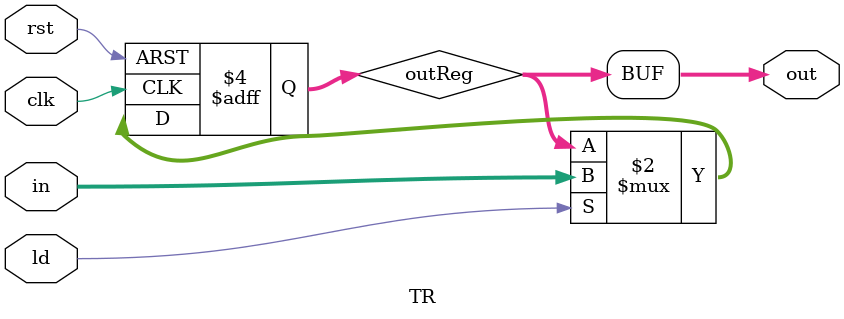
<source format=v>
module TR (clk, rst, ld, in, out);

  input clk, rst, ld;
  input[12:0] in;
  output[12:0] out;

  reg[12:0] outReg;

  always @ ( posedge clk, posedge rst ) begin
    outReg <= outReg;
    if (rst) begin
      outReg <= 13'b0;
    end
    else begin
      if (ld) begin
        outReg <= in;
      end
    end
  end

  assign out = outReg;

endmodule // TR

</source>
